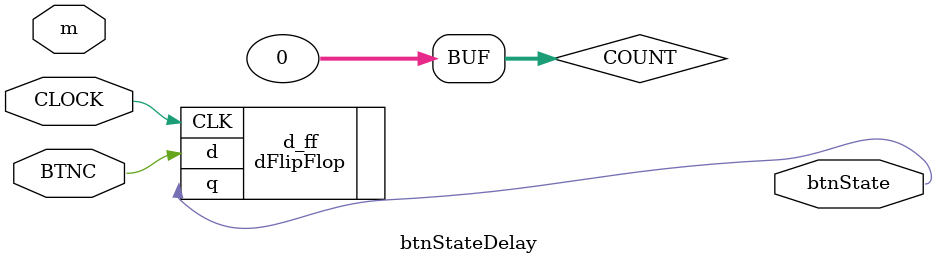
<source format=v>
`timescale 1ns / 1ps


module btnStateDelay(input BTNC, CLOCK, input wire [31:0] m, output wire btnState);
    reg [31:0] COUNT = 0;


    dFlipFlop d_ff (.CLK(CLOCK),.d(BTNC),.q(btnState));

    
endmodule

</source>
